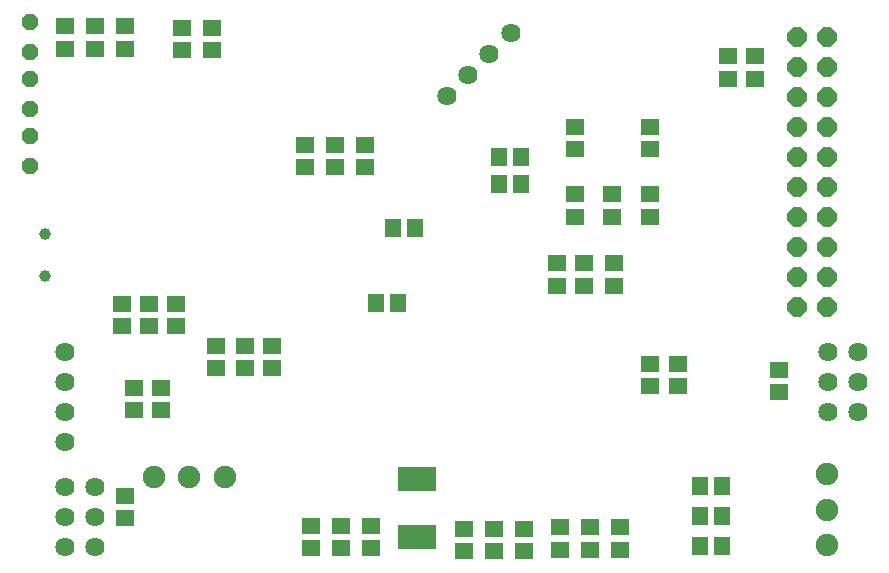
<source format=gbs>
G75*
%MOIN*%
%OFA0B0*%
%FSLAX25Y25*%
%IPPOS*%
%LPD*%
%AMOC8*
5,1,8,0,0,1.08239X$1,22.5*
%
%ADD10R,0.06306X0.05518*%
%ADD11R,0.05518X0.06306*%
%ADD12C,0.03943*%
%ADD13R,0.12802X0.08274*%
%ADD14OC8,0.06400*%
%ADD15OC8,0.05600*%
%ADD16C,0.07487*%
%ADD17C,0.06400*%
D10*
X0090406Y0072448D03*
X0090406Y0079928D03*
X0093406Y0108448D03*
X0102406Y0108448D03*
X0102406Y0115928D03*
X0093406Y0115928D03*
X0120906Y0122448D03*
X0120906Y0129928D03*
X0130406Y0129928D03*
X0139406Y0129928D03*
X0139406Y0122448D03*
X0130406Y0122448D03*
X0107406Y0136448D03*
X0107406Y0143928D03*
X0098406Y0143928D03*
X0089406Y0143928D03*
X0089406Y0136448D03*
X0098406Y0136448D03*
X0150406Y0189448D03*
X0150406Y0196928D03*
X0160406Y0196928D03*
X0170406Y0196928D03*
X0170406Y0189448D03*
X0160406Y0189448D03*
X0119406Y0228448D03*
X0119406Y0235928D03*
X0109406Y0235928D03*
X0109406Y0228448D03*
X0090406Y0228948D03*
X0080406Y0228948D03*
X0080406Y0236428D03*
X0090406Y0236428D03*
X0070406Y0236428D03*
X0070406Y0228948D03*
X0234406Y0157428D03*
X0234406Y0149948D03*
X0243406Y0149948D03*
X0253406Y0149948D03*
X0253406Y0157428D03*
X0243406Y0157428D03*
X0240406Y0172948D03*
X0240406Y0180428D03*
X0252906Y0180428D03*
X0252906Y0172948D03*
X0265406Y0172948D03*
X0265406Y0180428D03*
X0265406Y0195448D03*
X0265406Y0202928D03*
X0240406Y0202928D03*
X0240406Y0195448D03*
X0291406Y0218948D03*
X0291406Y0226428D03*
X0300406Y0226428D03*
X0300406Y0218948D03*
X0274906Y0123928D03*
X0274906Y0116448D03*
X0265406Y0116448D03*
X0265406Y0123928D03*
X0308406Y0121928D03*
X0308406Y0114448D03*
X0255406Y0069428D03*
X0255406Y0061948D03*
X0245406Y0061948D03*
X0245406Y0069428D03*
X0235406Y0069428D03*
X0235406Y0061948D03*
X0223406Y0061448D03*
X0213406Y0061448D03*
X0213406Y0068928D03*
X0223406Y0068928D03*
X0203406Y0068928D03*
X0203406Y0061448D03*
X0172406Y0062448D03*
X0172406Y0069928D03*
X0162406Y0069928D03*
X0152406Y0069928D03*
X0152406Y0062448D03*
X0162406Y0062448D03*
D11*
X0174166Y0144188D03*
X0181646Y0144188D03*
X0179666Y0169188D03*
X0187146Y0169188D03*
X0215166Y0183688D03*
X0222646Y0183688D03*
X0222646Y0192688D03*
X0215166Y0192688D03*
X0282166Y0083188D03*
X0289646Y0083188D03*
X0289646Y0073188D03*
X0282166Y0073188D03*
X0282166Y0063188D03*
X0289646Y0063188D03*
D12*
X0063906Y0153298D03*
X0063906Y0167078D03*
D13*
X0187906Y0085334D03*
X0187906Y0066042D03*
D14*
X0314406Y0142688D03*
X0324406Y0142688D03*
X0324406Y0152688D03*
X0314406Y0152688D03*
X0314406Y0162688D03*
X0324406Y0162688D03*
X0324406Y0172688D03*
X0314406Y0172688D03*
X0314406Y0182688D03*
X0324406Y0182688D03*
X0324406Y0192688D03*
X0314406Y0192688D03*
X0314406Y0202688D03*
X0324406Y0202688D03*
X0324406Y0212688D03*
X0314406Y0212688D03*
X0314406Y0222688D03*
X0324406Y0222688D03*
X0324406Y0232688D03*
X0314406Y0232688D03*
D15*
X0058906Y0227688D03*
X0058906Y0218688D03*
X0058906Y0208688D03*
X0058906Y0199688D03*
X0058906Y0189688D03*
X0058906Y0237688D03*
D16*
X0100095Y0086188D03*
X0111906Y0086188D03*
X0123717Y0086188D03*
X0324406Y0086999D03*
X0324406Y0075188D03*
X0324406Y0063377D03*
D17*
X0070406Y0062688D03*
X0080406Y0062688D03*
X0080406Y0072688D03*
X0070406Y0072688D03*
X0070406Y0082688D03*
X0080406Y0082688D03*
X0070406Y0097688D03*
X0070406Y0107688D03*
X0070406Y0117688D03*
X0070406Y0127688D03*
X0197800Y0213082D03*
X0204871Y0220153D03*
X0211942Y0227224D03*
X0219013Y0234295D03*
X0324906Y0127688D03*
X0334906Y0127688D03*
X0334906Y0117688D03*
X0324906Y0117688D03*
X0324906Y0107688D03*
X0334906Y0107688D03*
M02*

</source>
